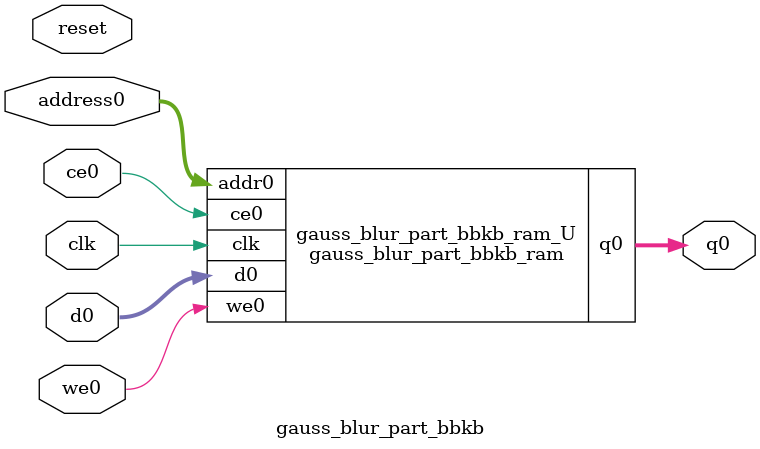
<source format=v>
`timescale 1 ns / 1 ps
module gauss_blur_part_bbkb_ram (addr0, ce0, d0, we0, q0,  clk);

parameter DWIDTH = 8;
parameter AWIDTH = 9;
parameter MEM_SIZE = 480;

input[AWIDTH-1:0] addr0;
input ce0;
input[DWIDTH-1:0] d0;
input we0;
output reg[DWIDTH-1:0] q0;
input clk;

(* ram_style = "block" *)reg [DWIDTH-1:0] ram[0:MEM_SIZE-1];




always @(posedge clk)  
begin 
    if (ce0) begin
        if (we0) 
            ram[addr0] <= d0; 
        q0 <= ram[addr0];
    end
end


endmodule

`timescale 1 ns / 1 ps
module gauss_blur_part_bbkb(
    reset,
    clk,
    address0,
    ce0,
    we0,
    d0,
    q0);

parameter DataWidth = 32'd8;
parameter AddressRange = 32'd480;
parameter AddressWidth = 32'd9;
input reset;
input clk;
input[AddressWidth - 1:0] address0;
input ce0;
input we0;
input[DataWidth - 1:0] d0;
output[DataWidth - 1:0] q0;



gauss_blur_part_bbkb_ram gauss_blur_part_bbkb_ram_U(
    .clk( clk ),
    .addr0( address0 ),
    .ce0( ce0 ),
    .we0( we0 ),
    .d0( d0 ),
    .q0( q0 ));

endmodule


</source>
